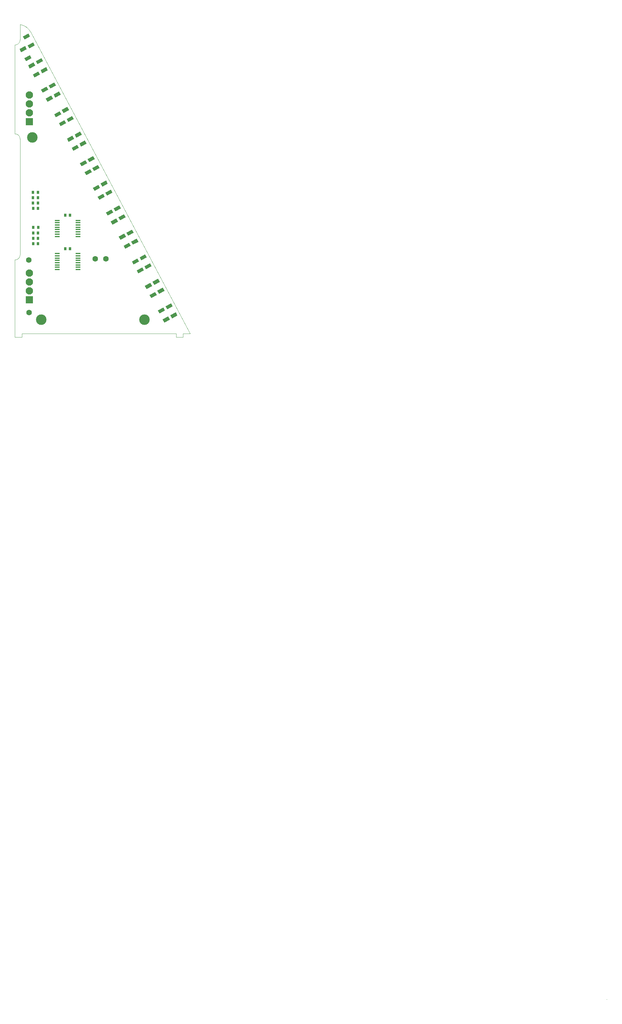
<source format=gts>
%TF.GenerationSoftware,KiCad,Pcbnew,(5.1.6-0-10_14)*%
%TF.CreationDate,2020-10-19T14:02:04+02:00*%
%TF.ProjectId,nowae031,6e6f7761-6530-4333-912e-6b696361645f,0*%
%TF.SameCoordinates,Original*%
%TF.FileFunction,Soldermask,Top*%
%TF.FilePolarity,Negative*%
%FSLAX46Y46*%
G04 Gerber Fmt 4.6, Leading zero omitted, Abs format (unit mm)*
G04 Created by KiCad (PCBNEW (5.1.6-0-10_14)) date 2020-10-19 14:02:04*
%MOMM*%
%LPD*%
G01*
G04 APERTURE LIST*
%TA.AperFunction,Profile*%
%ADD10C,0.050000*%
%TD*%
%TA.AperFunction,Profile*%
%ADD11C,0.200000*%
%TD*%
%ADD12C,2.100000*%
%ADD13R,2.100000X2.100000*%
%ADD14C,3.000000*%
%ADD15C,0.100000*%
%ADD16R,0.700000X0.900000*%
%ADD17R,1.350000X0.450000*%
%ADD18C,1.600000*%
G04 APERTURE END LIST*
D10*
X101490000Y-45190000D02*
G75*
G02*
X99990000Y-46690000I-1500000J0D01*
G01*
X99990000Y-72000000D02*
G75*
G02*
X101490000Y-73500000I0J-1500000D01*
G01*
X99990000Y-72000000D02*
X99990000Y-46690000D01*
X100000000Y-130000000D02*
X100000000Y-108000000D01*
X101500000Y-106500000D02*
G75*
G02*
X100000000Y-108000000I-1500000J0D01*
G01*
X101490000Y-73500000D02*
X101500000Y-106500000D01*
X101499908Y-40830540D02*
X101490000Y-45190000D01*
X101499908Y-40830540D02*
G75*
G02*
X104449999Y-42900001I-709908J-4149460D01*
G01*
X104449243Y-42900000D02*
X150000000Y-129000000D01*
X148000000Y-129000000D02*
X150000000Y-129000000D01*
X148000000Y-130000000D02*
X148000000Y-129000000D01*
X146000000Y-130000000D02*
X148000000Y-130000000D01*
X146000000Y-129000000D02*
X146000000Y-130000000D01*
X102000000Y-129000000D02*
X146000000Y-129000000D01*
X102000000Y-130000000D02*
X102000000Y-129000000D01*
X100000000Y-130000000D02*
X102000000Y-130000000D01*
D11*
X268944859Y-318881889D02*
X268944859Y-318881889D01*
D12*
%TO.C,P102*%
X104100000Y-111690000D03*
D13*
X104100000Y-119310000D03*
D12*
X104100000Y-114230000D03*
X104100000Y-116770000D03*
%TD*%
%TO.C,P101*%
X104100000Y-60900000D03*
D13*
X104100000Y-68520000D03*
D12*
X104100000Y-63440000D03*
X104100000Y-65980000D03*
%TD*%
D14*
%TO.C,VAL\u002A\u002A*%
X105000000Y-73020000D03*
%TD*%
%TO.C,VAL\u002A\u002A*%
X107490000Y-125000000D03*
%TD*%
%TO.C,VAL\u002A\u002A*%
X137000000Y-125000000D03*
%TD*%
D15*
%TO.C,R113*%
G36*
X122239877Y-87400777D02*
G01*
X123829183Y-86555728D01*
X124298655Y-87438675D01*
X122709349Y-88283724D01*
X122239877Y-87400777D01*
G37*
G36*
X123601345Y-89961325D02*
G01*
X125190651Y-89116276D01*
X125660123Y-89999223D01*
X124070817Y-90844272D01*
X123601345Y-89961325D01*
G37*
%TD*%
D16*
%TO.C,C101*%
X115750000Y-95250000D03*
X114350000Y-95250000D03*
%TD*%
%TO.C,C102*%
X114350000Y-104750000D03*
X115750000Y-104750000D03*
%TD*%
D15*
%TO.C,DL101*%
G36*
X103620611Y-46781051D02*
G01*
X105209917Y-45936002D01*
X105679389Y-46818949D01*
X104090083Y-47663998D01*
X103620611Y-46781051D01*
G37*
G36*
X102259143Y-44220503D02*
G01*
X103848449Y-43375454D01*
X104317921Y-44258401D01*
X102728615Y-45103450D01*
X102259143Y-44220503D01*
G37*
%TD*%
%TO.C,DL103*%
G36*
X107332079Y-53841599D02*
G01*
X108921385Y-52996550D01*
X109390857Y-53879497D01*
X107801551Y-54724546D01*
X107332079Y-53841599D01*
G37*
G36*
X105970611Y-51281051D02*
G01*
X107559917Y-50436002D01*
X108029389Y-51318949D01*
X106440083Y-52163998D01*
X105970611Y-51281051D01*
G37*
%TD*%
%TO.C,DL105*%
G36*
X111020611Y-60781051D02*
G01*
X112609917Y-59936002D01*
X113079389Y-60818949D01*
X111490083Y-61663998D01*
X111020611Y-60781051D01*
G37*
G36*
X109659143Y-58220503D02*
G01*
X111248449Y-57375454D01*
X111717921Y-58258401D01*
X110128615Y-59103450D01*
X109659143Y-58220503D01*
G37*
%TD*%
%TO.C,DL107*%
G36*
X114751345Y-67761325D02*
G01*
X116340651Y-66916276D01*
X116810123Y-67799223D01*
X115220817Y-68644272D01*
X114751345Y-67761325D01*
G37*
G36*
X113389877Y-65200777D02*
G01*
X114979183Y-64355728D01*
X115448655Y-65238675D01*
X113859349Y-66083724D01*
X113389877Y-65200777D01*
G37*
%TD*%
%TO.C,DL109*%
G36*
X118401345Y-74761325D02*
G01*
X119990651Y-73916276D01*
X120460123Y-74799223D01*
X118870817Y-75644272D01*
X118401345Y-74761325D01*
G37*
G36*
X117039877Y-72200777D02*
G01*
X118629183Y-71355728D01*
X119098655Y-72238675D01*
X117509349Y-73083724D01*
X117039877Y-72200777D01*
G37*
%TD*%
%TO.C,DL111*%
G36*
X122101345Y-81761325D02*
G01*
X123690651Y-80916276D01*
X124160123Y-81799223D01*
X122570817Y-82644272D01*
X122101345Y-81761325D01*
G37*
G36*
X120739877Y-79200777D02*
G01*
X122329183Y-78355728D01*
X122798655Y-79238675D01*
X121209349Y-80083724D01*
X120739877Y-79200777D01*
G37*
%TD*%
%TO.C,DL113*%
G36*
X125801345Y-88761325D02*
G01*
X127390651Y-87916276D01*
X127860123Y-88799223D01*
X126270817Y-89644272D01*
X125801345Y-88761325D01*
G37*
G36*
X124439877Y-86200777D02*
G01*
X126029183Y-85355728D01*
X126498655Y-86238675D01*
X124909349Y-87083724D01*
X124439877Y-86200777D01*
G37*
%TD*%
%TO.C,DL115*%
G36*
X129551345Y-95811325D02*
G01*
X131140651Y-94966276D01*
X131610123Y-95849223D01*
X130020817Y-96694272D01*
X129551345Y-95811325D01*
G37*
G36*
X128189877Y-93250777D02*
G01*
X129779183Y-92405728D01*
X130248655Y-93288675D01*
X128659349Y-94133724D01*
X128189877Y-93250777D01*
G37*
%TD*%
%TO.C,DL117*%
G36*
X133201345Y-102761325D02*
G01*
X134790651Y-101916276D01*
X135260123Y-102799223D01*
X133670817Y-103644272D01*
X133201345Y-102761325D01*
G37*
G36*
X131839877Y-100200777D02*
G01*
X133429183Y-99355728D01*
X133898655Y-100238675D01*
X132309349Y-101083724D01*
X131839877Y-100200777D01*
G37*
%TD*%
%TO.C,DL119*%
G36*
X136951345Y-109761325D02*
G01*
X138540651Y-108916276D01*
X139010123Y-109799223D01*
X137420817Y-110644272D01*
X136951345Y-109761325D01*
G37*
G36*
X135589877Y-107200777D02*
G01*
X137179183Y-106355728D01*
X137648655Y-107238675D01*
X136059349Y-108083724D01*
X135589877Y-107200777D01*
G37*
%TD*%
%TO.C,DL121*%
G36*
X140651345Y-116761325D02*
G01*
X142240651Y-115916276D01*
X142710123Y-116799223D01*
X141120817Y-117644272D01*
X140651345Y-116761325D01*
G37*
G36*
X139289877Y-114200777D02*
G01*
X140879183Y-113355728D01*
X141348655Y-114238675D01*
X139759349Y-115083724D01*
X139289877Y-114200777D01*
G37*
%TD*%
%TO.C,DL123*%
G36*
X144351345Y-123761325D02*
G01*
X145940651Y-122916276D01*
X146410123Y-123799223D01*
X144820817Y-124644272D01*
X144351345Y-123761325D01*
G37*
G36*
X142989877Y-121200777D02*
G01*
X144579183Y-120355728D01*
X145048655Y-121238675D01*
X143459349Y-122083724D01*
X142989877Y-121200777D01*
G37*
%TD*%
%TO.C,R101*%
G36*
X101320611Y-47831051D02*
G01*
X102909917Y-46986002D01*
X103379389Y-47868949D01*
X101790083Y-48713998D01*
X101320611Y-47831051D01*
G37*
G36*
X102682079Y-50391599D02*
G01*
X104271385Y-49546550D01*
X104740857Y-50429497D01*
X103151551Y-51274546D01*
X102682079Y-50391599D01*
G37*
%TD*%
%TO.C,R103*%
G36*
X103739877Y-52500777D02*
G01*
X105329183Y-51655728D01*
X105798655Y-52538675D01*
X104209349Y-53383724D01*
X103739877Y-52500777D01*
G37*
G36*
X105101345Y-55061325D02*
G01*
X106690651Y-54216276D01*
X107160123Y-55099223D01*
X105570817Y-55944272D01*
X105101345Y-55061325D01*
G37*
%TD*%
%TO.C,R105*%
G36*
X107439877Y-59400777D02*
G01*
X109029183Y-58555728D01*
X109498655Y-59438675D01*
X107909349Y-60283724D01*
X107439877Y-59400777D01*
G37*
G36*
X108801345Y-61961325D02*
G01*
X110390651Y-61116276D01*
X110860123Y-61999223D01*
X109270817Y-62844272D01*
X108801345Y-61961325D01*
G37*
%TD*%
%TO.C,R107*%
G36*
X111189877Y-66400777D02*
G01*
X112779183Y-65555728D01*
X113248655Y-66438675D01*
X111659349Y-67283724D01*
X111189877Y-66400777D01*
G37*
G36*
X112551345Y-68961325D02*
G01*
X114140651Y-68116276D01*
X114610123Y-68999223D01*
X113020817Y-69844272D01*
X112551345Y-68961325D01*
G37*
%TD*%
%TO.C,R109*%
G36*
X114839877Y-73400777D02*
G01*
X116429183Y-72555728D01*
X116898655Y-73438675D01*
X115309349Y-74283724D01*
X114839877Y-73400777D01*
G37*
G36*
X116201345Y-75961325D02*
G01*
X117790651Y-75116276D01*
X118260123Y-75999223D01*
X116670817Y-76844272D01*
X116201345Y-75961325D01*
G37*
%TD*%
%TO.C,R111*%
G36*
X118545614Y-80375777D02*
G01*
X120134920Y-79530728D01*
X120604392Y-80413675D01*
X119015086Y-81258724D01*
X118545614Y-80375777D01*
G37*
G36*
X119907082Y-82936325D02*
G01*
X121496388Y-82091276D01*
X121965860Y-82974223D01*
X120376554Y-83819272D01*
X119907082Y-82936325D01*
G37*
%TD*%
%TO.C,R115*%
G36*
X125989877Y-94450777D02*
G01*
X127579183Y-93605728D01*
X128048655Y-94488675D01*
X126459349Y-95333724D01*
X125989877Y-94450777D01*
G37*
G36*
X127351345Y-97011325D02*
G01*
X128940651Y-96166276D01*
X129410123Y-97049223D01*
X127820817Y-97894272D01*
X127351345Y-97011325D01*
G37*
%TD*%
%TO.C,R117*%
G36*
X129639877Y-101350777D02*
G01*
X131229183Y-100505728D01*
X131698655Y-101388675D01*
X130109349Y-102233724D01*
X129639877Y-101350777D01*
G37*
G36*
X131001345Y-103911325D02*
G01*
X132590651Y-103066276D01*
X133060123Y-103949223D01*
X131470817Y-104794272D01*
X131001345Y-103911325D01*
G37*
%TD*%
%TO.C,R119*%
G36*
X133389877Y-108400777D02*
G01*
X134979183Y-107555728D01*
X135448655Y-108438675D01*
X133859349Y-109283724D01*
X133389877Y-108400777D01*
G37*
G36*
X134751345Y-110961325D02*
G01*
X136340651Y-110116276D01*
X136810123Y-110999223D01*
X135220817Y-111844272D01*
X134751345Y-110961325D01*
G37*
%TD*%
%TO.C,R121*%
G36*
X137089877Y-115400777D02*
G01*
X138679183Y-114555728D01*
X139148655Y-115438675D01*
X137559349Y-116283724D01*
X137089877Y-115400777D01*
G37*
G36*
X138451345Y-117961325D02*
G01*
X140040651Y-117116276D01*
X140510123Y-117999223D01*
X138920817Y-118844272D01*
X138451345Y-117961325D01*
G37*
%TD*%
%TO.C,R123*%
G36*
X140789877Y-122400777D02*
G01*
X142379183Y-121555728D01*
X142848655Y-122438675D01*
X141259349Y-123283724D01*
X140789877Y-122400777D01*
G37*
G36*
X142151345Y-124961325D02*
G01*
X143740651Y-124116276D01*
X144210123Y-124999223D01*
X142620817Y-125844272D01*
X142151345Y-124961325D01*
G37*
%TD*%
D17*
%TO.C,U101*%
X112100000Y-96725000D03*
X112100000Y-97375000D03*
X112100000Y-98025000D03*
X112100000Y-98675000D03*
X112100000Y-99325000D03*
X112100000Y-99975000D03*
X112100000Y-100625000D03*
X118000000Y-100625000D03*
X118000000Y-99975000D03*
X118000000Y-99325000D03*
X118000000Y-98675000D03*
X118000000Y-98025000D03*
X118000000Y-97375000D03*
X118000000Y-96725000D03*
X112100000Y-101275000D03*
X118000000Y-101275000D03*
%TD*%
%TO.C,U102*%
X112100000Y-106175000D03*
X112100000Y-106825000D03*
X112100000Y-107475000D03*
X112100000Y-108125000D03*
X112100000Y-108775000D03*
X112100000Y-109425000D03*
X112100000Y-110075000D03*
X118000000Y-110075000D03*
X118000000Y-109425000D03*
X118000000Y-108775000D03*
X118000000Y-108125000D03*
X118000000Y-107475000D03*
X118000000Y-106825000D03*
X118000000Y-106175000D03*
X112100000Y-110725000D03*
X118000000Y-110725000D03*
%TD*%
D18*
%TO.C,TP102*%
X103990000Y-108010000D03*
%TD*%
D16*
%TO.C,R125*%
X106560000Y-88710000D03*
X105160000Y-88710000D03*
%TD*%
%TO.C,R126*%
X105170000Y-90250000D03*
X106570000Y-90250000D03*
%TD*%
%TO.C,R127*%
X106570000Y-91770000D03*
X105170000Y-91770000D03*
%TD*%
%TO.C,R128*%
X105180000Y-93290000D03*
X106580000Y-93290000D03*
%TD*%
%TO.C,R129*%
X106620000Y-98720000D03*
X105220000Y-98720000D03*
%TD*%
%TO.C,R130*%
X105210000Y-100270000D03*
X106610000Y-100270000D03*
%TD*%
%TO.C,R131*%
X106610000Y-101820000D03*
X105210000Y-101820000D03*
%TD*%
%TO.C,R132*%
X105210000Y-103320000D03*
X106610000Y-103320000D03*
%TD*%
D18*
%TO.C,TP101*%
X104000000Y-123010000D03*
%TD*%
%TO.C,TP103*%
X122880000Y-107690000D03*
%TD*%
%TO.C,TP104*%
X125990000Y-107690000D03*
%TD*%
M02*

</source>
